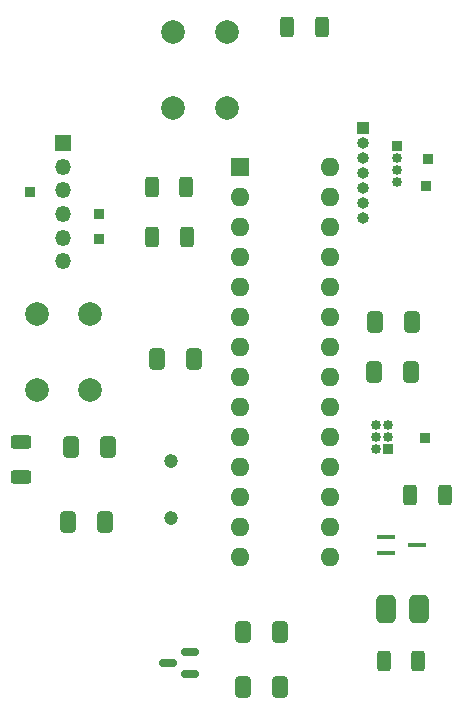
<source format=gbr>
%TF.GenerationSoftware,KiCad,Pcbnew,7.0.8*%
%TF.CreationDate,2023-11-13T12:09:03-08:00*%
%TF.ProjectId,411 PCB Arduino + Board Design,34313120-5043-4422-9041-726475696e6f,rev?*%
%TF.SameCoordinates,Original*%
%TF.FileFunction,Soldermask,Top*%
%TF.FilePolarity,Negative*%
%FSLAX46Y46*%
G04 Gerber Fmt 4.6, Leading zero omitted, Abs format (unit mm)*
G04 Created by KiCad (PCBNEW 7.0.8) date 2023-11-13 12:09:03*
%MOMM*%
%LPD*%
G01*
G04 APERTURE LIST*
G04 Aperture macros list*
%AMRoundRect*
0 Rectangle with rounded corners*
0 $1 Rounding radius*
0 $2 $3 $4 $5 $6 $7 $8 $9 X,Y pos of 4 corners*
0 Add a 4 corners polygon primitive as box body*
4,1,4,$2,$3,$4,$5,$6,$7,$8,$9,$2,$3,0*
0 Add four circle primitives for the rounded corners*
1,1,$1+$1,$2,$3*
1,1,$1+$1,$4,$5*
1,1,$1+$1,$6,$7*
1,1,$1+$1,$8,$9*
0 Add four rect primitives between the rounded corners*
20,1,$1+$1,$2,$3,$4,$5,0*
20,1,$1+$1,$4,$5,$6,$7,0*
20,1,$1+$1,$6,$7,$8,$9,0*
20,1,$1+$1,$8,$9,$2,$3,0*%
G04 Aperture macros list end*
%ADD10RoundRect,0.250000X-0.312500X-0.625000X0.312500X-0.625000X0.312500X0.625000X-0.312500X0.625000X0*%
%ADD11R,0.850000X0.850000*%
%ADD12C,2.000000*%
%ADD13RoundRect,0.250000X-0.412500X-0.650000X0.412500X-0.650000X0.412500X0.650000X-0.412500X0.650000X0*%
%ADD14R,1.500000X0.450000*%
%ADD15R,1.000000X1.000000*%
%ADD16O,1.000000X1.000000*%
%ADD17RoundRect,0.412500X-0.412500X-0.792500X0.412500X-0.792500X0.412500X0.792500X-0.412500X0.792500X0*%
%ADD18RoundRect,0.250000X0.312500X0.625000X-0.312500X0.625000X-0.312500X-0.625000X0.312500X-0.625000X0*%
%ADD19RoundRect,0.250000X0.412500X0.650000X-0.412500X0.650000X-0.412500X-0.650000X0.412500X-0.650000X0*%
%ADD20C,1.193800*%
%ADD21O,0.850000X0.850000*%
%ADD22RoundRect,0.150000X0.587500X0.150000X-0.587500X0.150000X-0.587500X-0.150000X0.587500X-0.150000X0*%
%ADD23R,1.600000X1.600000*%
%ADD24O,1.600000X1.600000*%
%ADD25RoundRect,0.250000X0.625000X-0.312500X0.625000X0.312500X-0.625000X0.312500X-0.625000X-0.312500X0*%
%ADD26R,1.350000X1.350000*%
%ADD27O,1.350000X1.350000*%
G04 APERTURE END LIST*
D10*
%TO.C,R2*%
X172222700Y-110388400D03*
X175147700Y-110388400D03*
%TD*%
D11*
%TO.C,TP4*%
X148132800Y-74625200D03*
%TD*%
D12*
%TO.C,SW3*%
X147370800Y-87475200D03*
X142870800Y-87475200D03*
X147370800Y-80975200D03*
X142870800Y-80975200D03*
%TD*%
D13*
%TO.C,C3*%
X152983400Y-84785200D03*
X156108400Y-84785200D03*
%TD*%
D10*
%TO.C,R3*%
X174457900Y-96367600D03*
X177382900Y-96367600D03*
%TD*%
D11*
%TO.C,TP3*%
X148082000Y-72542400D03*
%TD*%
D14*
%TO.C,Q1*%
X172406000Y-99934000D03*
X172406000Y-101234000D03*
X175066000Y-100584000D03*
%TD*%
D15*
%TO.C,JP1*%
X170484800Y-65227200D03*
D16*
X170484800Y-66497200D03*
X170484800Y-67767200D03*
X170484800Y-69037200D03*
X170484800Y-70307200D03*
X170484800Y-71577200D03*
X170484800Y-72847200D03*
%TD*%
D17*
%TO.C,D1*%
X172383800Y-106019600D03*
X175183800Y-106019600D03*
%TD*%
D13*
%TO.C,C2*%
X145757500Y-92303600D03*
X148882500Y-92303600D03*
%TD*%
D18*
%TO.C,R1*%
X166979600Y-56743600D03*
X164054600Y-56743600D03*
%TD*%
D13*
%TO.C,C6*%
X160298600Y-112623600D03*
X163423600Y-112623600D03*
%TD*%
D12*
%TO.C,SW1*%
X154402400Y-63599200D03*
X154402400Y-57099200D03*
X158902400Y-63599200D03*
X158902400Y-57099200D03*
%TD*%
D19*
%TO.C,C5*%
X174638100Y-81686400D03*
X171513100Y-81686400D03*
%TD*%
D20*
%TO.C,Y1*%
X154228800Y-93421200D03*
X154228800Y-98301201D03*
%TD*%
D11*
%TO.C,J4*%
X173329600Y-66802000D03*
D21*
X173329600Y-67802000D03*
X173329600Y-68802000D03*
X173329600Y-69802000D03*
%TD*%
D13*
%TO.C,C4*%
X171411500Y-85953600D03*
X174536500Y-85953600D03*
%TD*%
D22*
%TO.C,J5*%
X155849800Y-111490800D03*
X155849800Y-109590800D03*
X153974800Y-110540800D03*
%TD*%
D11*
%TO.C,TP2*%
X142290800Y-70713600D03*
%TD*%
D23*
%TO.C,U1*%
X160020000Y-68580000D03*
D24*
X160020000Y-71120000D03*
X160020000Y-73660000D03*
X160020000Y-76200000D03*
X160020000Y-78740000D03*
X160020000Y-81280000D03*
X160020000Y-83820000D03*
X160020000Y-86360000D03*
X160020000Y-88900000D03*
X160020000Y-91440000D03*
X160020000Y-93980000D03*
X160020000Y-96520000D03*
X160020000Y-99060000D03*
X160020000Y-101600000D03*
X167640000Y-101600000D03*
X167640000Y-99060000D03*
X167640000Y-96520000D03*
X167640000Y-93980000D03*
X167640000Y-91440000D03*
X167640000Y-88900000D03*
X167640000Y-86360000D03*
X167640000Y-83820000D03*
X167640000Y-81280000D03*
X167640000Y-78740000D03*
X167640000Y-76200000D03*
X167640000Y-73660000D03*
X167640000Y-71120000D03*
X167640000Y-68580000D03*
%TD*%
D13*
%TO.C,C7*%
X160298600Y-107950000D03*
X163423600Y-107950000D03*
%TD*%
D11*
%TO.C,TP6*%
X175768000Y-70154800D03*
%TD*%
%TO.C,TP1*%
X175666400Y-91541600D03*
%TD*%
D21*
%TO.C,J1*%
X171567600Y-92424000D03*
X171567600Y-91424000D03*
X171567600Y-90424000D03*
D11*
X172567600Y-92424000D03*
D21*
X172567600Y-91424000D03*
X172567600Y-90424000D03*
%TD*%
D18*
%TO.C,R5*%
X155538900Y-74523600D03*
X152613900Y-74523600D03*
%TD*%
D11*
%TO.C,TP5*%
X175920400Y-67919600D03*
%TD*%
D25*
%TO.C,R6*%
X141528800Y-94782100D03*
X141528800Y-91857100D03*
%TD*%
D13*
%TO.C,C1*%
X145452700Y-98653600D03*
X148577700Y-98653600D03*
%TD*%
D18*
%TO.C,R4*%
X155488100Y-70256400D03*
X152563100Y-70256400D03*
%TD*%
D26*
%TO.C,J2*%
X145034000Y-66548000D03*
D27*
X145034000Y-68548000D03*
X145034000Y-70548000D03*
X145034000Y-72548000D03*
X145034000Y-74548000D03*
X145034000Y-76548000D03*
%TD*%
M02*

</source>
